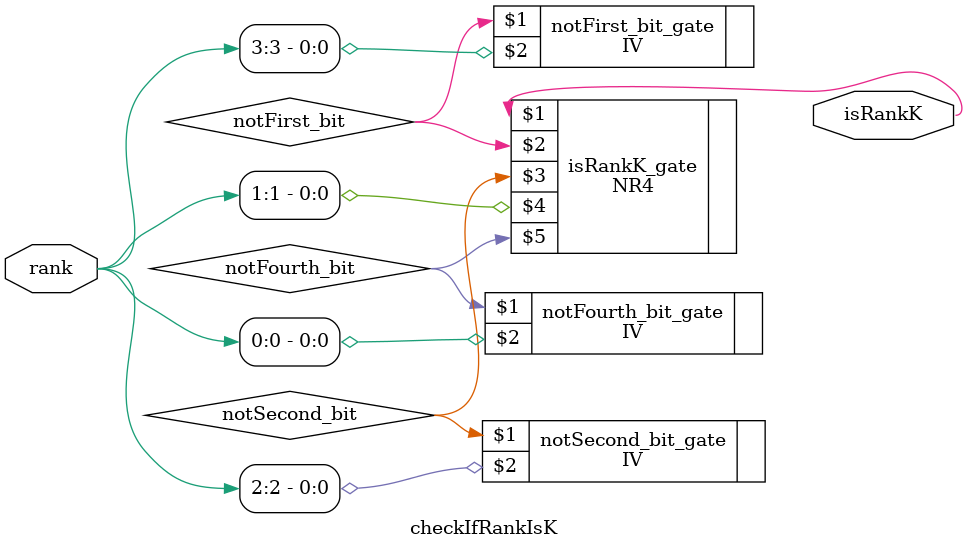
<source format=v>
`timescale 1ns/1ps

module flushDetector(
    input [1:0] suit0, suit1, suit2, suit3, suit4,
    output isFlush
);

	wire same_suit_bit0 [3:0];
	wire same_suit_bit1 [3:0];
	wire all_same_bit0, all_same_bit1;

	// compare the first bit of suit
	EO compare_suit_bit0_01(same_suit_bit0[0], suit0[0], suit1[0]);
	EO compare_suit_bit0_02(same_suit_bit0[1], suit1[0], suit2[0]);
	EO compare_suit_bit0_03(same_suit_bit0[2], suit2[0], suit3[0]);
	EO compare_suit_bit0_04(same_suit_bit0[3], suit3[0], suit4[0]);
	NR4 all_first_bits_same(all_same_bit0, same_suit_bit0[0], same_suit_bit0[1], same_suit_bit0[2], same_suit_bit0[3]);

	// compare the second bit of suit
	EO compare_suit_bit1_01(same_suit_bit1[0], suit0[1], suit1[1]);
	EO compare_suit_bit1_02(same_suit_bit1[1], suit1[1], suit2[1]);
	EO compare_suit_bit1_03(same_suit_bit1[2], suit2[1], suit3[1]);
	EO compare_suit_bit1_04(same_suit_bit1[3], suit3[1], suit4[1]);
	NR4 all_second_bits_same(all_same_bit1, same_suit_bit1[0], same_suit_bit1[1], same_suit_bit1[2], same_suit_bit1[3]);

	AN2 is_flush_gate(isFlush, all_same_bit0, all_same_bit1);

endmodule

module sameRankComparator2(
    output isSameRank,
    input [3:0] rank1,
    input [3:0] rank2
);

    wire [3:0] diff;

    // compare each bit of rank
    EO compare_bit0(diff[0], rank1[0], rank2[0]);
    EO compare_bit1(diff[1], rank1[1], rank2[1]);
    EO compare_bit2(diff[2], rank1[2], rank2[2]);
    EO compare_bit3(diff[3], rank1[3], rank2[3]);

    NR4 check_all_bits_same(isSameRank, diff[0], diff[1], diff[2], diff[3]);

endmodule

module sameRankComparator3(
	output isSameRank,
	input [3:0] rank1,
	input [3:0] rank2,
	input [3:0] rank3
);

	wire isSameRank12, isSameRank13;

	sameRankComparator2 compare_rank12(isSameRank12, rank1, rank2);
	sameRankComparator2 compare_rank13(isSameRank13, rank1, rank3);

	AN2 isSameRank_gate(isSameRank, isSameRank12, isSameRank13);

endmodule

module sameRankComparator4(
	output isSameRank,
	input [3:0] rank1,
	input [3:0] rank2,
	input [3:0] rank3,
	input [3:0] rank4
);

	wire isSameRank12, isSameRank23, isSameRank34;

	sameRankComparator2 compare_rank12(isSameRank12, rank1, rank2);
	sameRankComparator2 compare_rank23(isSameRank23, rank2, rank3);
	sameRankComparator2 compare_rank34(isSameRank34, rank3, rank4);

	AN3 isSameRank_gate(isSameRank, isSameRank12, isSameRank23, isSameRank34);

endmodule

module sameRankDetector(
    input [3:0] rank0, rank1, rank2, rank3, rank4,
    output existOnePair, isPair, isTwoPair, isThreeOfAKind, isFourOfAKind, isFullHouse
);

	wire existTwoPair, existThreeOfAKind, notExistThreeOfAKind;
	wire notFourOfAKind, notFullHouse, notThreeOfAKind, notTwoPair;
    wire isSameRank01, isSameRank02, isSameRank03, isSameRank04, isSameRank12, isSameRank13, isSameRank14, isSameRank23, isSameRank24, isSameRank34;
    wire isSameRank012, isSameRank013, isSameRank014, isSameRank023, isSameRank024, isSameRank034, isSameRank123, isSameRank124, isSameRank134, isSameRank234;
    wire isSameRank0123, isSameRank0124, isSameRank0134, isSameRank0234, isSameRank1234;

	// assign notGate
	IV notExistThreeOfAKind_gate(notExistThreeOfAKind, existThreeOfAKind);
	IV notFourOfAKind_gate(notFourOfAKind, isFourOfAKind);
	IV notFullHouse_gate(notFullHouse, isFullHouse);
	IV notThreeOfAKind_gate(notThreeOfAKind, isThreeOfAKind);
	IV notTwoPair_gate(notTwoPair, isTwoPair);

    // any two ranks
    sameRankComparator2 compare01(isSameRank01, rank0, rank1);
    sameRankComparator2 compare02(isSameRank02, rank0, rank2);
    sameRankComparator2 compare03(isSameRank03, rank0, rank3);
	sameRankComparator2 compare04(isSameRank04, rank0, rank4);
	sameRankComparator2 compare12(isSameRank12, rank1, rank2);
	sameRankComparator2 compare13(isSameRank13, rank1, rank3);
	sameRankComparator2 compare14(isSameRank14, rank1, rank4);
	sameRankComparator2 compare23(isSameRank23, rank2, rank3);
	sameRankComparator2 compare24(isSameRank24, rank2, rank4);
	sameRankComparator2 compare34(isSameRank34, rank3, rank4);
    
    // any three ranks
    sameRankComparator3 compare012(isSameRank012, rank0, rank1, rank2);
    sameRankComparator3 compare013(isSameRank013, rank0, rank1, rank3);
    sameRankComparator3 compare014(isSameRank014, rank0, rank1, rank4);
	sameRankComparator3 compare023(isSameRank023, rank0, rank2, rank3);
	sameRankComparator3 compare024(isSameRank024, rank0, rank2, rank4);
	sameRankComparator3 compare034(isSameRank034, rank0, rank3, rank4);
	sameRankComparator3 compare123(isSameRank123, rank1, rank2, rank3);
	sameRankComparator3 compare124(isSameRank124, rank1, rank2, rank4);
	sameRankComparator3 compare134(isSameRank134, rank1, rank3, rank4);
	sameRankComparator3 compare234(isSameRank234, rank2, rank3, rank4);

    // any four ranks
	sameRankComparator4 compare0123(isSameRank0123, rank0, rank1, rank2, rank3);
	sameRankComparator4 compare0124(isSameRank0124, rank0, rank1, rank2, rank4);
	sameRankComparator4 compare0134(isSameRank0134, rank0, rank1, rank3, rank4);
	sameRankComparator4 compare0234(isSameRank0234, rank0, rank2, rank3, rank4);
	sameRankComparator4 compare1234(isSameRank1234, rank1, rank2, rank3, rank4);

    // check if exist two pairs
	wire two_pair[14:0];
	AN2 and2_two_pair_1(two_pair[0], isSameRank01, isSameRank23);
	AN2 and2_two_pair_2(two_pair[1], isSameRank01, isSameRank24);
	AN2 and2_two_pair_3(two_pair[2], isSameRank01, isSameRank34);
	AN2 and2_two_pair_4(two_pair[3], isSameRank02, isSameRank13);
	AN2 and2_two_pair_5(two_pair[4], isSameRank02, isSameRank14);
	AN2 and2_two_pair_6(two_pair[5], isSameRank02, isSameRank34);
	AN2 and2_two_pair_7(two_pair[6], isSameRank03, isSameRank12);
	AN2 and2_two_pair_8(two_pair[7], isSameRank03, isSameRank14);
	AN2 and2_two_pair_9(two_pair[8], isSameRank03, isSameRank24);
	AN2 and2_two_pair_10(two_pair[9], isSameRank04, isSameRank12);
	AN2 and2_two_pair_11(two_pair[10], isSameRank04, isSameRank13);
	AN2 and2_two_pair_12(two_pair[11], isSameRank04, isSameRank23);
	AN2 and2_two_pair_13(two_pair[12], isSameRank12, isSameRank34);
	AN2 and2_two_pair_14(two_pair[13], isSameRank13, isSameRank24);
	AN2 and2_two_pair_15(two_pair[14], isSameRank14, isSameRank23);

	wire temp1, temp2, temp3, temp4;
	OR4 or4_two_pair_1(temp1, two_pair[0], two_pair[1], two_pair[2], two_pair[3]);
	OR4 or4_two_pair_2(temp2, two_pair[4], two_pair[5], two_pair[6], two_pair[7]);
	OR4 or4_two_pair_3(temp3, two_pair[8], two_pair[9], two_pair[10], two_pair[11]);
	OR3 or3_two_pair(temp4, two_pair[12], two_pair[13], two_pair[14]);
	OR4 or4_two_pair(existTwoPair, temp1, temp2, temp3, temp4);

    // check if exist three of a kind
    wire or_three_1, or_three_2;
    OR4 or4_three_1(or_three_1, isSameRank012, isSameRank013, isSameRank014, isSameRank023);
    OR4 or4_three_2(or_three_2, isSameRank024, isSameRank034, isSameRank123, isSameRank124);
    OR4 orr_three_3(existThreeOfAKind, or_three_1, or_three_2, isSameRank134, isSameRank234);

	// check if exist any pair
    wire or_pair_1, or_pair_2;
    OR4 or4_pair_1(or_pair_1, isSameRank01, isSameRank02, isSameRank03, isSameRank04);
    OR4 or4_pair_2(or_pair_2, isSameRank12, isSameRank13, isSameRank14, isSameRank23);
    OR4 isAnyPair_gate(existOnePair, or_pair_1, or_pair_2, isSameRank24, isSameRank34);
	
    // four of a kind
    wire or_four_1;
    OR4 or4_four(or_four_1, isSameRank0123, isSameRank0124, isSameRank0134, isSameRank0234);
    OR2 or2_four(isFourOfAKind, or_four_1, isSameRank1234);

	// full house
	AN2 isFullHouse_gate(isFullHouse, existTwoPair, existThreeOfAKind);

	// three of a kind
	AN3 threeOfAKind_gate(isThreeOfAKind, existThreeOfAKind, notFourOfAKind, notFullHouse); 

    // two pairs
	AN4 twoPair_gate(isTwoPair, existTwoPair, notThreeOfAKind, notFourOfAKind, notFullHouse);

	// one pair
	AN4 onePair_gate(isPair, existOnePair, notTwoPair, notExistThreeOfAKind, notFourOfAKind);

	// wire sumOfPair;
	// assign sumOfPair = isSameRank01 + isSameRank02 + isSameRank03 + isSameRank04 + isSameRank12 + isSameRank13 + isSameRank14 + isSameRank23 + isSameRank24 + isSameRank34;
	// assign isPair = (sumOfPair == 1) ? 1'b1 : 1'b0;
	// assign isTwoPair = (sumOfPair == 2) ? 1'b1 : 1'b0;
	// assign isThreeOfAKind = (sumOfPair == 3) ? 1'b1 : 1'b0;
	// assign isFullHouse = (sumOfPair == 4) ? 1'b1 : 1'b0;
	// assign isFourOfAKind = (sumOfPair == 6) ? 1'b1 : 1'b0;

endmodule

module checkIfDiffByOne(
    output isDiffByOne,
    input [3:0] rank1,
    input [3:0] rank2
);

    // expand all the possibilities, (1,2), (2,1), (2,3), (3,2), (3,4), (4,3), (4,5), (5,4), (5,6), (6,5), (6,7), (7,6), (7,8), (8,7), (8,9), (9,8), (9,10), (10,9), (10,11), (11,10), (11,12), (12,11), (12,13), (13,12), total 24 cases

	wire isRank1[12:0];
	wire isRank2[12:0];
	wire isDifferByOne[12:0][12:0];
	wire isNotDiffByOne[12:0][12:0];

	genvar i, j;
	generate
		for (i = 0; i < 13; i = i + 1)
		begin
			sameRankComparator2 isSameRank1(isRank1[i], rank1, i+1);
			sameRankComparator2 isSameRank2(isRank2[i], rank2, i+1);
			for (j = 0; j < 13; j = j + 1)
			begin
				IV notDiffByOne_gate(isNotDiffByOne[i][j], isDifferByOne[i][j]);
				if(i-j==1 || j-i==1)
				begin
					AN2 isDifferByOne_gate(isDifferByOne[i][j], isRank1[i], isRank2[j]);
				end
				else
				begin
					assign isDifferByOne[i][j] = 1'b0;
				end
			end
		end
	endgenerate

	wire temp[9:0];
	
	ND4 nd4_1(temp[0], isNotDiffByOne[0][1], isNotDiffByOne[1][0], isNotDiffByOne[1][2], isNotDiffByOne[2][1]);
	ND4 nd4_2(temp[1], isNotDiffByOne[2][3], isNotDiffByOne[3][2], isNotDiffByOne[3][4], isNotDiffByOne[4][3]);
	ND4 nd4_3(temp[2], isNotDiffByOne[4][5], isNotDiffByOne[5][4], isNotDiffByOne[5][6], isNotDiffByOne[6][5]);
	ND4 nd4_4(temp[3], isNotDiffByOne[6][7], isNotDiffByOne[7][6], isNotDiffByOne[7][8], isNotDiffByOne[8][7]);
	ND4 nd4_5(temp[4], isNotDiffByOne[8][9], isNotDiffByOne[9][8], isNotDiffByOne[9][10], isNotDiffByOne[10][9]);
	ND4 nd4_6(temp[5], isNotDiffByOne[10][11], isNotDiffByOne[11][10], isNotDiffByOne[11][12], isNotDiffByOne[12][11]);
	NR2 nr2_1(temp[6], temp[0], temp[1]);
	NR2 nr2_2(temp[7], temp[2], temp[3]);
	NR2 nr2_3(temp[8], temp[4], temp[5]);
	ND3 nd3_1(isDiffByOne, temp[6], temp[7], temp[8]);
	
	// or or7_1(isDiffByOne, temp[0], temp[1], temp[2], temp[3], temp[4], temp[5]);
	
endmodule

module isPairCount4(
	output isPairCount4,
	input pair0, pair1, pair2, pair3, pair4, pair5, pair6, pair7, pair8, pair9
);



	wire [3:0] pairCount = pair0 + pair1 + pair2 + pair3 + pair4 + pair5 + pair6 + pair7 + pair8 + pair9;
	sameRankComparator2 compare_rank(isPairCount4, pairCount, 4'b0100);

	// wire pair[9:0];
	// assign pair[0] = pair0;
	// assign pair[1] = pair1;
	// assign pair[2] = pair2;
	// assign pair[3] = pair3;
	// assign pair[4] = pair4;
	// assign pair[5] = pair5;
	// assign pair[6] = pair6;
	// assign pair[7] = pair7;
	// assign pair[8] = pair8;
	// assign pair[9] = pair9;

	// // check if there are 4 pairs 

	// wire [255:0] level1;
	// wire [63:0]  level2;
	// wire [15:0]  level3;
	// wire [3:0]   level4;

	// genvar i, j, k, l;

	// generate
	// 	for (i = 0; i < 7; i = i + 1) begin : loop_i
	// 		for (j = i + 1; j < 8; j = j + 1) begin : loop_j
	// 			for (k = j + 1; k < 9; k = k + 1) begin : loop_k
	// 				for (l = k + 1; l < 10; l = l + 1) begin : loop_l
	// 					// m = 56i + 21j + 6k + l -36
    //                 	assign level1[56*i + 21*j + 6*k + l -36] = pair[i] & pair[j] & pair[k] & pair[l];
	// 				end
	// 			end
	// 		end
	// 	end
	// endgenerate

	// generate 
	// 	for (i = 210; i < 255; i = i + 1) begin : loop_n1
	// 		assign level1[i] = 1'b0;
	// 	end
	// endgenerate

	// or isPairCount4_gate(isPairCount4, level1[0], level1[1], level1[2], level1[3], level1[4], level1[5], level1[6], level1[7], level1[8], level1[9], level1[10], level1[11], level1[12], level1[13], level1[14], level1[15], level1[16], level1[17], level1[18], level1[19], level1[20], level1[21], level1[22], level1[23], level1[24], level1[25], level1[26], level1[27], level1[28], level1[29], level1[30], level1[31], level1[32], level1[33], level1[34], level1[35], level1[36], level1[37], level1[38], level1[39], level1[40], level1[41], level1[42], level1[43], level1[44], level1[45], level1[46], level1[47], level1[48], level1[49], level1[50], level1[51], level1[52], level1[53], level1[54], level1[55], level1[56], level1[57], level1[58], level1[59], level1[60], level1[61], level1[62], level1[63], level1[64], level1[65], level1[66], level1[67], level1[68], level1[69], level1[70], level1[71], level1[72], level1[73], level1[74], level1[75], level1[76], level1[77], level1[78], level1[79], level1[80], level1[81], level1[82], level1[83], level1[84], level1[85], level1[86], level1[87], level1[88], level1[89], level1[90], level1[91], level1[92], level1[93], level1[94], level1[95], level1[96], level1[97], level1[98], level1[99], level1[100], level1[101], level1[102], level1[103], level1[104], level1[105], level1[106], level1[107], level1[108], level1[109], level1[110], level1[111], level1[112], level1[113], level1[114], level1[115], level1[116], level1[117], level1[118], level1[119], level1[120], level1[121], level1[122], level1[123], level1[124], level1[125], level1[126], level1[127], level1[128], level1[129], level1[130], level1[131], level1[132], level1[133], level1[134], level1[135], level1[136], level1[137], level1[138], level1[139], level1[140], level1[141], level1[142], level1[143], level1[144], level1[145], level1[146], level1[147], level1[148], level1[149], level1[150], level1[151], level1[152], level1[153], level1[154], level1[155], level1[156], level1[157], level1[158], level1[159], level1[160], level1[161], level1[162], level1[163], level1[164], level1[165], level1[166], level1[167], level1[168], level1[169], level1[170], level1[171], level1[172], level1[173], level1[174], level1[175], level1[176], level1[177], level1[178], level1[179], level1[180], level1[181], level1[182], level1[183], level1[184], level1[185], level1[186], level1[187], level1[188], level1[189], level1[190], level1[191], level1[192], level1[193], level1[194], level1[195], level1[196], level1[197], level1[198], level1[199], level1[200], level1[201], level1[202], level1[203], level1[204], level1[205], level1[206], level1[207], level1[208], level1[209], level1[210], level1[211], level1[212], level1[213], level1[214], level1[215], level1[216], level1[217], level1[218], level1[219], level1[220], level1[221], level1[222], level1[223], level1[224], level1[225], level1[226], level1[227], level1[228], level1[229], level1[230], level1[231], level1[232], level1[233], level1[234], level1[235], level1[236], level1[237], level1[238], level1[239], level1[240], level1[241], level1[242], level1[243], level1[244], level1[245], level1[246], level1[247], level1[248], level1[249], level1[250], level1[251], level1[252], level1[253], level1[254], level1[255]);

	// generate
	// 	for (i = 0; i < 63; i = i + 1) begin : loop_n2
	// 		assign level2[i] = level1[i*4] | level1[i*4+1] | level1[i*4+2] | level1[i*4+3];
	// 	end
	// endgenerate

	// generate
	// 	for (i = 0; i < 15; i = i + 1) begin : loop_n3
	// 		assign level3[i] = level2[i*4] | level2[i*4+1] | level2[i*4+2] | level2[i*4+3];
	// 	end
	// endgenerate

	// generate
	// 	for (i = 0; i < 3; i = i + 1) begin : loop_n4
	// 		assign level4[i] = level3[i*4] | level3[i*4+1] | level3[i*4+2] | level3[i*4+3];
	// 	end
	// endgenerate

	// assign isPairCount4 = level4[0] | level4[1] | level4[2] | level4[3];

endmodule

module checkStraightA2345(
	output isStraightA2345,
	input [3:0] rank0, rank1, rank2, rank3, rank4
);

	wire isA2345[4:0];
	wire recordA2345[4:0][4:0];

	wire [3:0] rank[4:0];
	assign rank[0] = rank0;
	assign rank[1] = rank1;
	assign rank[2] = rank2;
	assign rank[3] = rank3;
	assign rank[4] = rank4;

	genvar i;
	generate
		for (i = 0; i < 5; i = i + 1)
		begin
			checkIfRankIsA checkIfRankIsA(recordA2345[i][0], rank[i]);
			checkIfRankIs2 checkIfRankIs2(recordA2345[i][1], rank[i]);
			checkIfRankIs3 checkIfRankIs3(recordA2345[i][2], rank[i]);
			checkIfRankIs4 checkIfRankIs4(recordA2345[i][3], rank[i]);
			checkIfRankIs5 checkIfRankIs5(recordA2345[i][4], rank[i]);
		end
	endgenerate

	OR5 or5_1(isA2345[0], recordA2345[0][0], recordA2345[1][0], recordA2345[2][0], recordA2345[3][0], recordA2345[4][0]);
	OR5 or5_2(isA2345[1], recordA2345[0][1], recordA2345[1][1], recordA2345[2][1], recordA2345[3][1], recordA2345[4][1]);
	OR5 or5_3(isA2345[2], recordA2345[0][2], recordA2345[1][2], recordA2345[2][2], recordA2345[3][2], recordA2345[4][2]);
	OR5 or5_4(isA2345[3], recordA2345[0][3], recordA2345[1][3], recordA2345[2][3], recordA2345[3][3], recordA2345[4][3]);
	OR5 or5_5(isA2345[4], recordA2345[0][4], recordA2345[1][4], recordA2345[2][4], recordA2345[3][4], recordA2345[4][4]);
	AN5 and5_1(isStraightA2345, isA2345[0], isA2345[1], isA2345[2], isA2345[3], isA2345[4]);

endmodule

module checkStraight23456(
	output isStraight23456,
	input [3:0] rank0, rank1, rank2, rank3, rank4
);

	wire is23456[4:0];
	wire record23456[4:0][4:0];

	wire [3:0] rank[4:0];
	assign rank[0] = rank0;
	assign rank[1] = rank1;
	assign rank[2] = rank2;
	assign rank[3] = rank3;
	assign rank[4] = rank4;

	genvar i;
	generate
		for (i = 0; i < 5; i = i + 1)
		begin
			checkIfRankIs2 checkIfRankIs2(record23456[i][0], rank[i]);
			checkIfRankIs3 checkIfRankIs3(record23456[i][1], rank[i]);
			checkIfRankIs4 checkIfRankIs4(record23456[i][2], rank[i]);
			checkIfRankIs5 checkIfRankIs5(record23456[i][3], rank[i]);
			checkIfRankIs6 checkIfRankIs6(record23456[i][4], rank[i]);
		end
	endgenerate

	OR5 or5_1(is23456[0], record23456[0][0], record23456[1][0], record23456[2][0], record23456[3][0], record23456[4][0]);
	OR5 or5_2(is23456[1], record23456[0][1], record23456[1][1], record23456[2][1], record23456[3][1], record23456[4][1]);
	OR5 or5_3(is23456[2], record23456[0][2], record23456[1][2], record23456[2][2], record23456[3][2], record23456[4][2]);
	OR5 or5_4(is23456[3], record23456[0][3], record23456[1][3], record23456[2][3], record23456[3][3], record23456[4][3]);
	OR5 or5_5(is23456[4], record23456[0][4], record23456[1][4], record23456[2][4], record23456[3][4], record23456[4][4]);
	AN5 and5_1(isStraight23456, is23456[0], is23456[1], is23456[2], is23456[3], is23456[4]);

endmodule

module checkStraight34567(
	output isStraight34567,
	input [3:0] rank0, rank1, rank2, rank3, rank4
);

	wire is34567[4:0];
	wire record34567[4:0][4:0];

	wire [3:0] rank[4:0];
	assign rank[0] = rank0;
	assign rank[1] = rank1;
	assign rank[2] = rank2;
	assign rank[3] = rank3;
	assign rank[4] = rank4;

	genvar i;
	generate
		for (i = 0; i < 5; i = i + 1)
		begin
			checkIfRankIs3 checkIfRankIs3(record34567[i][0], rank[i]);
			checkIfRankIs4 checkIfRankIs4(record34567[i][1], rank[i]);
			checkIfRankIs5 checkIfRankIs5(record34567[i][2], rank[i]);
			checkIfRankIs6 checkIfRankIs6(record34567[i][3], rank[i]);
			checkIfRankIs7 checkIfRankIs7(record34567[i][4], rank[i]);
		end
	endgenerate

	OR5 or5_1(is34567[0], record34567[0][0], record34567[1][0], record34567[2][0], record34567[3][0], record34567[4][0]);
	OR5 or5_2(is34567[1], record34567[0][1], record34567[1][1], record34567[2][1], record34567[3][1], record34567[4][1]);
	OR5 or5_3(is34567[2], record34567[0][2], record34567[1][2], record34567[2][2], record34567[3][2], record34567[4][2]);
	OR5 or5_4(is34567[3], record34567[0][3], record34567[1][3], record34567[2][3], record34567[3][3], record34567[4][3]);
	OR5 or5_5(is34567[4], record34567[0][4], record34567[1][4], record34567[2][4], record34567[3][4], record34567[4][4]);
	AN5 and5_1(isStraight34567, is34567[0], is34567[1], is34567[2], is34567[3], is34567[4]);

endmodule

module checkStraight45678(
	output isStraight45678,
	input [3:0] rank0, rank1, rank2, rank3, rank4,
	output is4, is5, is6, is7, is8
);

	wire is45678[4:0];
	wire record45678[4:0][4:0];

	wire [3:0] rank[4:0];
	assign rank[0] = rank0;
	assign rank[1] = rank1;
	assign rank[2] = rank2;
	assign rank[3] = rank3;
	assign rank[4] = rank4;

	assign is4 = is45678[0];
	assign is5 = is45678[1];
	assign is6 = is45678[2];
	assign is7 = is45678[3];
	assign is8 = is45678[4];

	genvar i;
	generate
		for (i = 0; i < 5; i = i + 1)
		begin
			checkIfRankIs4 checkIfRankIs4(record45678[i][0], rank[i]);
			checkIfRankIs5 checkIfRankIs5(record45678[i][1], rank[i]);
			checkIfRankIs6 checkIfRankIs6(record45678[i][2], rank[i]);
			checkIfRankIs7 checkIfRankIs7(record45678[i][3], rank[i]);
			checkIfRankIs8 checkIfRankIs8(record45678[i][4], rank[i]);
		end
	endgenerate

	OR5 or5_1(is45678[0], record45678[0][0], record45678[1][0], record45678[2][0], record45678[3][0], record45678[4][0]);
	OR5 or5_2(is45678[1], record45678[0][1], record45678[1][1], record45678[2][1], record45678[3][1], record45678[4][1]);
	OR5 or5_3(is45678[2], record45678[0][2], record45678[1][2], record45678[2][2], record45678[3][2], record45678[4][2]);
	OR5 or5_4(is45678[3], record45678[0][3], record45678[1][3], record45678[2][3], record45678[3][3], record45678[4][3]);
	OR5 or5_5(is45678[4], record45678[0][4], record45678[1][4], record45678[2][4], record45678[3][4], record45678[4][4]);
	AN5 and5_1(isStraight45678, is45678[0], is45678[1], is45678[2], is45678[3], is45678[4]);

endmodule

module checkStraight56789(
	output isStraight56789,
	input [3:0] rank0, rank1, rank2, rank3, rank4
);

	wire is56789[4:0];
	wire record56789[4:0][4:0];

	wire [3:0] rank[4:0];
	assign rank[0] = rank0;
	assign rank[1] = rank1;
	assign rank[2] = rank2;
	assign rank[3] = rank3;
	assign rank[4] = rank4;

	genvar i, j;
	generate
		for (i = 0; i < 5; i = i + 1)
		begin
			checkIfRankIs5 checkIfRankIs5(record56789[i][0], rank[i]);
			checkIfRankIs6 checkIfRankIs6(record56789[i][1], rank[i]);
			checkIfRankIs7 checkIfRankIs7(record56789[i][2], rank[i]);
			checkIfRankIs8 checkIfRankIs8(record56789[i][3], rank[i]);
			checkIfRankIs9 checkIfRankIs9(record56789[i][4], rank[i]);
		end
	endgenerate

	OR5 or5_1(is56789[0], record56789[0][0], record56789[1][0], record56789[2][0], record56789[3][0], record56789[4][0]);
	OR5 or5_2(is56789[1], record56789[0][1], record56789[1][1], record56789[2][1], record56789[3][1], record56789[4][1]);
	OR5 or5_3(is56789[2], record56789[0][2], record56789[1][2], record56789[2][2], record56789[3][2], record56789[4][2]);
	OR5 or5_4(is56789[3], record56789[0][3], record56789[1][3], record56789[2][3], record56789[3][3], record56789[4][3]);
	OR5 or5_5(is56789[4], record56789[0][4], record56789[1][4], record56789[2][4], record56789[3][4], record56789[4][4]);
	AN5 and5_1(isStraight56789, is56789[0], is56789[1], is56789[2], is56789[3], is56789[4]);

endmodule

module checkStraight678910(
	output isStraight678910,
	input [3:0] rank0, rank1, rank2, rank3, rank4
);

	wire is678910[4:0];
	wire record678910[4:0][4:0];

	wire [3:0] rank[4:0];
	assign rank[0] = rank0;
	assign rank[1] = rank1;
	assign rank[2] = rank2;
	assign rank[3] = rank3;
	assign rank[4] = rank4;

	genvar i, j;
	generate
		for (i = 0; i < 5; i = i + 1)
		begin
			checkIfRankIs6 checkIfRankIs6(record678910[i][0], rank[i]);
			checkIfRankIs7 checkIfRankIs7(record678910[i][1], rank[i]);
			checkIfRankIs8 checkIfRankIs8(record678910[i][2], rank[i]);
			checkIfRankIs9 checkIfRankIs9(record678910[i][3], rank[i]);
			checkIfRankIs10 checkIfRankIs10(record678910[i][4], rank[i]);
		end
	endgenerate

	OR5 or5_1(is678910[0], record678910[0][0], record678910[1][0], record678910[2][0], record678910[3][0], record678910[4][0]);
	OR5 or5_2(is678910[1], record678910[0][1], record678910[1][1], record678910[2][1], record678910[3][1], record678910[4][1]);
	OR5 or5_3(is678910[2], record678910[0][2], record678910[1][2], record678910[2][2], record678910[3][2], record678910[4][2]);
	OR5 or5_4(is678910[3], record678910[0][3], record678910[1][3], record678910[2][3], record678910[3][3], record678910[4][3]);
	OR5 or5_5(is678910[4], record678910[0][4], record678910[1][4], record678910[2][4], record678910[3][4], record678910[4][4]);
	AN5 and5_1(isStraight678910, is678910[0], is678910[1], is678910[2], is678910[3], is678910[4]);

endmodule

module checkStraight78910J(
	output isStraight78910J,
	input [3:0] rank0, rank1, rank2, rank3, rank4
);

	wire is78910J[4:0];
	wire record78910J[4:0][4:0];

	wire [3:0] rank[4:0];
	assign rank[0] = rank0;
	assign rank[1] = rank1;
	assign rank[2] = rank2;
	assign rank[3] = rank3;
	assign rank[4] = rank4;

	genvar i, j;
	generate
		for (i = 0; i < 5; i = i + 1)
		begin
			checkIfRankIs7 checkIfRankIs7(record78910J[i][0], rank[i]);
			checkIfRankIs8 checkIfRankIs8(record78910J[i][1], rank[i]);
			checkIfRankIs9 checkIfRankIs9(record78910J[i][2], rank[i]);
			checkIfRankIs10 checkIfRankIs10(record78910J[i][3], rank[i]);
			checkIfRankIsJ checkIfRankIsJ(record78910J[i][4], rank[i]);
		end
	endgenerate

	OR5 or5_1(is78910J[0], record78910J[0][0], record78910J[1][0], record78910J[2][0], record78910J[3][0], record78910J[4][0]);
	OR5 or5_2(is78910J[1], record78910J[0][1], record78910J[1][1], record78910J[2][1], record78910J[3][1], record78910J[4][1]);
	OR5 or5_3(is78910J[2], record78910J[0][2], record78910J[1][2], record78910J[2][2], record78910J[3][2], record78910J[4][2]);
	OR5 or5_4(is78910J[3], record78910J[0][3], record78910J[1][3], record78910J[2][3], record78910J[3][3], record78910J[4][3]);
	OR5 or5_5(is78910J[4], record78910J[0][4], record78910J[1][4], record78910J[2][4], record78910J[3][4], record78910J[4][4]);
	AN5 and5_1(isStraight78910J, is78910J[0], is78910J[1], is78910J[2], is78910J[3], is78910J[4]);

endmodule

module checkStraight8910JQ(
	output isStraight8910JQ,
	input [3:0] rank0, rank1, rank2, rank3, rank4
);

	wire is8910JQ[4:0];
	wire record8910JQ[4:0][4:0];

	wire [3:0] rank[4:0];
	assign rank[0] = rank0;
	assign rank[1] = rank1;
	assign rank[2] = rank2;
	assign rank[3] = rank3;
	assign rank[4] = rank4;
	
	genvar i, j;
	generate
		for (i = 0; i < 5; i = i + 1)
		begin
			checkIfRankIs8 checkIfRankIs8(record8910JQ[i][0], rank[i]);
			checkIfRankIs9 checkIfRankIs9(record8910JQ[i][1], rank[i]);
			checkIfRankIs10 checkIfRankIs10(record8910JQ[i][2], rank[i]);
			checkIfRankIsJ checkIfRankIsJ(record8910JQ[i][3], rank[i]);
			checkIfRankIsQ checkIfRankIsQ(record8910JQ[i][4], rank[i]);
		end
	endgenerate

	OR5 or5_1(is8910JQ[0], record8910JQ[0][0], record8910JQ[1][0], record8910JQ[2][0], record8910JQ[3][0], record8910JQ[4][0]);
	OR5 or5_2(is8910JQ[1], record8910JQ[0][1], record8910JQ[1][1], record8910JQ[2][1], record8910JQ[3][1], record8910JQ[4][1]);
	OR5 or5_3(is8910JQ[2], record8910JQ[0][2], record8910JQ[1][2], record8910JQ[2][2], record8910JQ[3][2], record8910JQ[4][2]);
	OR5 or5_4(is8910JQ[3], record8910JQ[0][3], record8910JQ[1][3], record8910JQ[2][3], record8910JQ[3][3], record8910JQ[4][3]);
	OR5 or5_5(is8910JQ[4], record8910JQ[0][4], record8910JQ[1][4], record8910JQ[2][4], record8910JQ[3][4], record8910JQ[4][4]);
	AN5 and5_1(isStraight8910JQ, is8910JQ[0], is8910JQ[1], is8910JQ[2], is8910JQ[3], is8910JQ[4]);

endmodule

module checkStraight910JQK(
	output isStraight910JQK,
	input [3:0] rank0, rank1, rank2, rank3, rank4
);

	wire is910JQK[4:0];
	wire record910JQK[4:0][4:0];

	wire [3:0] rank[4:0];
	assign rank[0] = rank0;
	assign rank[1] = rank1;
	assign rank[2] = rank2;
	assign rank[3] = rank3;
	assign rank[4] = rank4;
	
	genvar i, j;
	generate
		for (i = 0; i < 5; i = i + 1)
		begin
			checkIfRankIs9 checkIfRankIs9(record910JQK[i][0], rank[i]);
			checkIfRankIs10 checkIfRankIs10(record910JQK[i][1], rank[i]);
			checkIfRankIsJ checkIfRankIsJ(record910JQK[i][2], rank[i]);
			checkIfRankIsQ checkIfRankIsQ(record910JQK[i][3], rank[i]);
			checkIfRankIsK checkIfRankIsK(record910JQK[i][4], rank[i]);
		end
	endgenerate

	OR5 or5_1(is910JQK[0], record910JQK[0][0], record910JQK[1][0], record910JQK[2][0], record910JQK[3][0], record910JQK[4][0]);
	OR5 or5_2(is910JQK[1], record910JQK[0][1], record910JQK[1][1], record910JQK[2][1], record910JQK[3][1], record910JQK[4][1]);
	OR5 or5_3(is910JQK[2], record910JQK[0][2], record910JQK[1][2], record910JQK[2][2], record910JQK[3][2], record910JQK[4][2]);
	OR5 or5_4(is910JQK[3], record910JQK[0][3], record910JQK[1][3], record910JQK[2][3], record910JQK[3][3], record910JQK[4][3]);
	OR5 or5_5(is910JQK[4], record910JQK[0][4], record910JQK[1][4], record910JQK[2][4], record910JQK[3][4], record910JQK[4][4]);
	AN5 and5_1(isStraight910JQK, is910JQK[0], is910JQK[1], is910JQK[2], is910JQK[3], is910JQK[4]);

endmodule

module checkStraight10JQKA(
	output isStraight10JQKA,
	input [3:0] rank0, rank1, rank2, rank3, rank4
);

	wire is10JQKA[4:0];
	wire record10JQKA[4:0][4:0];

	wire [3:0] rank[4:0];
	assign rank[0] = rank0;
	assign rank[1] = rank1;
	assign rank[2] = rank2;
	assign rank[3] = rank3;
	assign rank[4] = rank4;
	
	genvar i;
	generate
		for (i = 0; i < 5; i = i + 1)
		begin
			checkIfRankIs10 checkIfRankIs10(record10JQKA[i][0], rank[i]);
			checkIfRankIsJ checkIfRankIsJ(record10JQKA[i][1], rank[i]);
			checkIfRankIsQ checkIfRankIsQ(record10JQKA[i][2], rank[i]);
			checkIfRankIsK checkIfRankIsK(record10JQKA[i][3], rank[i]);
			checkIfRankIsA checkIfRankIsA(record10JQKA[i][4], rank[i]);
		end
	endgenerate

	OR5 or5_1(is10JQKA[0], record10JQKA[0][0], record10JQKA[1][0], record10JQKA[2][0], record10JQKA[3][0], record10JQKA[4][0]);
	OR5 or5_2(is10JQKA[1], record10JQKA[0][1], record10JQKA[1][1], record10JQKA[2][1], record10JQKA[3][1], record10JQKA[4][1]);
	OR5 or5_3(is10JQKA[2], record10JQKA[0][2], record10JQKA[1][2], record10JQKA[2][2], record10JQKA[3][2], record10JQKA[4][2]);
	OR5 or5_4(is10JQKA[3], record10JQKA[0][3], record10JQKA[1][3], record10JQKA[2][3], record10JQKA[3][3], record10JQKA[4][3]);
	OR5 or5_5(is10JQKA[4], record10JQKA[0][4], record10JQKA[1][4], record10JQKA[2][4], record10JQKA[3][4], record10JQKA[4][4]);
	AN5 and5_1(isStraight10JQKA, is10JQKA[0], is10JQKA[1], is10JQKA[2], is10JQKA[3], is10JQKA[4]);

endmodule

module straightDetector(
	input [3:0] rank0, rank1, rank2, rank3, rank4,
	output isStraight, isStraightA2345, isStraight23456, isStraight34567, isStraight45678, isStraight56789, isStraight678910, isStraight78910J, isStraight8910JQ, isStraight910JQK, isStraight10JQKA
);

	// if exist one pair, then it is not straight
	wire existOnePair, notExistOnePair;
	sameRankDetector sameRankDetector(
		.rank0(rank0), .rank1(rank1), .rank2(rank2), .rank3(rank3), .rank4(rank4),
		.existOnePair(existOnePair)
	);
	IV notExistOnePair_gate(notExistOnePair, existOnePair);

	wire [3:0] rank[4:0];
	assign rank[0] = rank0;
	assign rank[1] = rank1;
	assign rank[2] = rank2;
	assign rank[3] = rank3;
	assign rank[4] = rank4;

	wire pair[9:0];
	
	checkIfDiffByOne check01(pair[0], rank[0], rank[1]);
	checkIfDiffByOne check02(pair[1], rank[0], rank[2]);
	checkIfDiffByOne check03(pair[2], rank[0], rank[3]);
	checkIfDiffByOne check04(pair[3], rank[0], rank[4]);
	checkIfDiffByOne check12(pair[4], rank[1], rank[2]);
	checkIfDiffByOne check13(pair[5], rank[1], rank[3]);
	checkIfDiffByOne check14(pair[6], rank[1], rank[4]);
	checkIfDiffByOne check23(pair[7], rank[2], rank[3]);
	checkIfDiffByOne check24(pair[8], rank[2], rank[4]);
	checkIfDiffByOne check34(pair[9], rank[3], rank[4]);

	wire isPairCount4;
	wire pair0, pair1, pair2, pair3, pair4, pair5, pair6, pair7, pair8, pair9;
	assign pair0 = pair[0];
	assign pair1 = pair[1];
	assign pair2 = pair[2];
	assign pair3 = pair[3];
	assign pair4 = pair[4];
	assign pair5 = pair[5];
	assign pair6 = pair[6];
	assign pair7 = pair[7];
	assign pair8 = pair[8];
	assign pair9 = pair[9];

	isPairCount4 isPairCount4_gate(isPairCount4, pair0, pair1, pair2, pair3, pair4, pair5, pair6, pair7, pair8, pair9);

	wire isStraightA2345;  // (A, 2, 3, 4, 5)
	wire isStraight23456;  // (2, 3, 4, 5, 6)
	wire isStraight34567;  // (3, 4, 5, 6, 7)
	wire isStraight45678;  // (4, 5, 6, 7, 8)
	wire isStraight56789;  // (5, 6, 7, 8, 9)
	wire isStraight678910; // (6, 7, 8, 9, 10)
	wire isStraight78910J; // (7, 8, 9, 10, J)
	wire isStraight8910JQ; // (8, 9, 10, J, Q)
	wire isStraight910JQK; // (9, 10, J, Q, K)
	wire isStraight10JQKA; // (10, J, Q, K, A)
	
	checkStraightA2345 checkStraightA2345(isStraightA2345, rank[0], rank[1], rank[2], rank[3], rank[4]);
	checkStraight23456 checkStraight23456(isStraight23456, rank[0], rank[1], rank[2], rank[3], rank[4]);
	checkStraight34567 checkStraight34567(isStraight34567, rank[0], rank[1], rank[2], rank[3], rank[4]);
	checkStraight45678 checkStraight45678(isStraight45678, rank[0], rank[1], rank[2], rank[3], rank[4]);
	checkStraight56789 checkStraight56789(isStraight56789, rank[0], rank[1], rank[2], rank[3], rank[4]);
	checkStraight678910 checkStraight678910(isStraight678910, rank[0], rank[1], rank[2], rank[3], rank[4]);
	checkStraight78910J checkStraight78910J(isStraight78910J, rank[0], rank[1], rank[2], rank[3], rank[4]);
	checkStraight8910JQ checkStraight8910JQ(isStraight8910JQ, rank[0], rank[1], rank[2], rank[3], rank[4]);
	checkStraight910JQK checkStraight910JQK(isStraight910JQK, rank[0], rank[1], rank[2], rank[3], rank[4]);
	checkStraight10JQKA checkStraight10JQKA(isStraight10JQKA, rank[0], rank[1], rank[2], rank[3], rank[4]);

	or or_1(isStraight, isStraightA2345, isStraight23456, isStraight34567, isStraight45678, isStraight56789, isStraight678910, isStraight78910J, isStraight8910JQ, isStraight910JQK, isStraight10JQKA);

	// wire possibleStraight;
	// // OR2 or2_1(possibleStraight, isPairCount4, isStraight10JQKA);
	// or or_1(possibleStraight, isPairCount4, isStraight10JQKA);

	// AN2 isStraight_gate(isStraight, possibleStraight, notExistOnePair);

endmodule

module OR5(
	output out,
	input in0, in1, in2, in3, in4
);

	wire temp;
	OR3 or3_1(temp, in0, in1, in2);
	OR3 or3_2(out, temp, in3, in4);

endmodule

module AN5(
	output out,
	input in0, in1, in2, in3, in4
);

	wire temp;
	AN3 an3_1(temp, in0, in1, in2);
	AN3 an3_2(out, temp, in3, in4);

endmodule

module poker(type, i0, i1, i2, i3, i4);
    // DO NOT CHANGE!
    input  [5:0] i0, i1, i2, i3, i4;
    output [3:0] type;
    //---------------------------------------------------

    wire [1:0] suit[4:0]; // a 2-bit vector for each card
    wire [3:0] rank[4:0]; // a 4-bit vector for each card

    // Splitting input into suits and ranks
    assign suit[0] = i0[5:4]; assign rank[0] = i0[3:0];
    assign suit[1] = i1[5:4]; assign rank[1] = i1[3:0];
    assign suit[2] = i2[5:4]; assign rank[2] = i2[3:0];
    assign suit[3] = i3[5:4]; assign rank[3] = i3[3:0];
    assign suit[4] = i4[5:4]; assign rank[4] = i4[3:0];

	// flush detector
	wire isFlush;
	flushDetector flushDetector(
		.suit0(suit[0]), .suit1(suit[1]), .suit2(suit[2]), .suit3(suit[3]), .suit4(suit[4]),
		.isFlush(isFlush)
	);

	// same rank detector
	wire existOnePair, isPair, isTwoPair, isThreeOfAKind, isFourOfAKind, isFullHouse, isStraight, isStraightFlush;
	sameRankDetector sameRankDetector(
		.rank0(rank[0]), .rank1(rank[1]), .rank2(rank[2]), .rank3(rank[3]), .rank4(rank[4]),
		.existOnePair(existOnePair), .isPair(isPair), .isTwoPair(isTwoPair), .isThreeOfAKind(isThreeOfAKind), .isFourOfAKind(isFourOfAKind), .isFullHouse(isFullHouse)
	);

	// straight detector
	straightDetector straightDetector(
		.rank0(rank[0]), .rank1(rank[1]), .rank2(rank[2]), .rank3(rank[3]), .rank4(rank[4]),
		.isStraight(isStraight)
	);

	// type determination
	wire straight, flush;

	IV notFlush_gate(isNotFlush, isFlush);
	IV notStraight_gate(isNotStraight, isStraight);

	AN2 straightFlush_gate(isStraightFlush, isFlush, isStraight);
	AN2 flush_gate(flush, isFlush, isNotStraight);
	AN2 straight_gate(straight, isStraight, isNotFlush);

	assign type[3] = isStraightFlush;
	OR4 type_2(type[2], isFourOfAKind, isFullHouse, flush, straight); // four of a kind, full house, flush, straight
	OR4 type_1(type[1], isFourOfAKind, isFullHouse, isThreeOfAKind, isTwoPair); // four of a kind, full house, three of a kind, two pairs
	OR4 type_0(type[0], isFourOfAKind, flush, isThreeOfAKind, isPair); // four of a kind, flush, three of a kind, one pair

endmodule

/* 
	stright flush:     1000
	four of a kind:    0111
	full house:        0110
	flush:             0101
	straight:          0100
	three of a kind:   0011
	two pairs:         0010
	one pair:          0001
	high card:         0000
*/
module checkIfRankIsA( // 4'b0001
	output isRankA,
	input [3:0] rank
);

	wire notFourth_bit;
	IV notFourth_bit_gate(notFourth_bit, rank[0]);
	NR4 isRankA_gate(isRankA, rank[3], rank[2], rank[1], notFourth_bit);

endmodule

module checkIfRankIs2( // 4'b0010
	output isRank2,
	input [3:0] rank
);

	wire notThird_bit;
	IV notThird_bit_gate(notThird_bit, rank[1]);
	NR4 isRank2_gate(isRank2, rank[3], rank[2], notThird_bit, rank[0]);

endmodule

module checkIfRankIs3( // 4'b0011
	output isRank3,
	input [3:0] rank
);

	wire notThird_bit, notFourth_bit;
	IV notThird_bit_gate(notThird_bit, rank[1]);
	IV notFourth_bit_gate(notFourth_bit, rank[0]);
	NR4 isRank3_gate(isRank3, rank[3], rank[2], notThird_bit, notFourth_bit);

endmodule

module checkIfRankIs4( // 4'b0100
	output isRank4,
	input [3:0] rank
);

	wire notSecond_bit;;
	IV notSecond_bit_gate(notSecond_bit, rank[2]);
	NR4 isRank4_gate(isRank4, rank[3], notSecond_bit, rank[1], rank[0]);

endmodule

module checkIfRankIs5( // 4'b0101
	output isRank5,
	input [3:0] rank
);

	wire notSecond_bit, notFourth_bit;
	IV notSecond_bit_gate(notSecond_bit, rank[2]);
	IV notFourth_bit_gate(notFourth_bit, rank[0]);
	NR4 isRank5_gate(isRank5, rank[3], notSecond_bit, rank[1], notFourth_bit);

endmodule

module checkIfRankIs6( // 4'b0110
	output isRank6,
	input [3:0] rank
);

	wire notSecond_bit, notThird_bit;
	IV notSecond_bit_gate(notSecond_bit, rank[2]);
	IV notThird_bit_gate(notThird_bit, rank[1]);
	NR4 isRank6_gate(isRank6, rank[3], notSecond_bit, notThird_bit, rank[0]);

endmodule

module checkIfRankIs7( // 4'b0111
	output isRank7,
	input [3:0] rank
);

	wire notSecond_bit, notThird_bit, notFourth_bit;
	IV notSecond_bit_gate(notSecond_bit, rank[2]);
	IV notThird_bit_gate(notThird_bit, rank[1]);
	IV notFourth_bit_gate(notFourth_bit, rank[0]);
	NR4 isRank7_gate(isRank7, rank[3], notSecond_bit, notThird_bit, notFourth_bit);

endmodule

module checkIfRankIs8( // 4'b1000
	output isRank8,
	input [3:0] rank
);

	wire notFirst_bit;
	IV notFirst_bit_gate(notFirst_bit, rank[3]);
	NR4 isRank8_gate(isRank8, notFirst_bit, rank[2], rank[1], rank[0]);

endmodule

module checkIfRankIs9( // 4'b1001
	output isRank9,
	input [3:0] rank
);

	wire notFirst_bit, notFourth_bit;
	IV notFirst_bit_gate(notFirst_bit, rank[3]);
	IV notFourth_bit_gate(notFourth_bit, rank[0]);
	NR4 isRank9_gate(isRank9, notFirst_bit, rank[2], rank[1], notFourth_bit);

endmodule

module checkIfRankIs10( // 4'b1010
	output isRank10,
	input [3:0] rank
);

	wire notFirst_bit, notThird_bit;
	IV notFirst_bit_gate(notFirst_bit, rank[3]);
	IV notThird_bit_gate(notThird_bit, rank[1]);
	NR4 isRank10_gate(isRank10, notFirst_bit, rank[2], notThird_bit, rank[0]);

endmodule

module checkIfRankIsJ( // 4'b1011
	output isRankJ,
	input [3:0] rank
);

	wire notFirst_bit, notThird_bit, notFourth_bit;
	IV notFirst_bit_gate(notFirst_bit, rank[3]);
	IV notThird_bit_gate(notThird_bit, rank[1]);
	IV notFourth_bit_gate(notFourth_bit, rank[0]);
	NR4 isRankJ_gate(isRankJ, notFirst_bit, rank[2], notThird_bit, notFourth_bit);

endmodule

module checkIfRankIsQ( // 4'b1100
	output isRankQ,
	input [3:0] rank
);

	wire notFirst_bit, notSecond_bit;
	IV notFirst_bit_gate(notFirst_bit, rank[3]);
	IV notSecond_bit_gate(notSecond_bit, rank[2]);
	NR4 isRankQ_gate(isRankQ, notFirst_bit, notSecond_bit, rank[1], rank[0]);

endmodule

module checkIfRankIsK( // 4'b1101	
	output isRankK,
	input [3:0] rank
);

	wire notFirst_bit, notSecond_bit, notFourth_bit;
	IV notFirst_bit_gate(notFirst_bit, rank[3]);
	IV notSecond_bit_gate(notSecond_bit, rank[2]);
	IV notFourth_bit_gate(notFourth_bit, rank[0]);
	NR4 isRankK_gate(isRankK, notFirst_bit, notSecond_bit, rank[1], notFourth_bit);

endmodule


</source>
